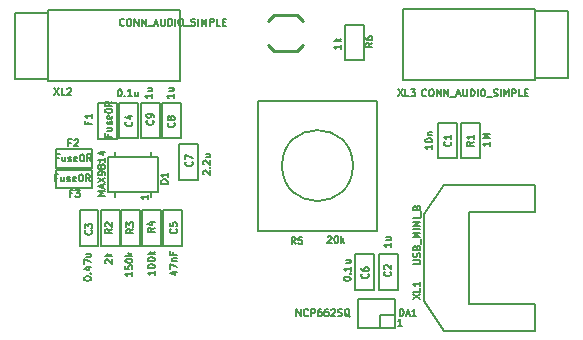
<source format=gbr>
G04 #@! TF.FileFunction,Legend,Top*
%FSLAX46Y46*%
G04 Gerber Fmt 4.6, Leading zero omitted, Abs format (unit mm)*
G04 Created by KiCad (PCBNEW 4.0.0-rc1-stable) date 19.10.2015 17:54:31*
%MOMM*%
G01*
G04 APERTURE LIST*
%ADD10C,0.100000*%
%ADD11C,0.150000*%
%ADD12C,0.149860*%
%ADD13C,0.254000*%
G04 APERTURE END LIST*
D10*
D11*
X223735700Y-101916400D02*
X222935700Y-101916400D01*
X222935700Y-101916400D02*
X222935700Y-98916400D01*
X222935700Y-98916400D02*
X224535700Y-98916400D01*
X224535700Y-98916400D02*
X224535700Y-101916400D01*
X224535700Y-101916400D02*
X223735700Y-101916400D01*
X218751600Y-113050200D02*
X217951600Y-113050200D01*
X217951600Y-113050200D02*
X217951600Y-110050200D01*
X217951600Y-110050200D02*
X219551600Y-110050200D01*
X219551600Y-110050200D02*
X219551600Y-113050200D01*
X219551600Y-113050200D02*
X218751600Y-113050200D01*
X193403400Y-106314200D02*
X194203400Y-106314200D01*
X194203400Y-106314200D02*
X194203400Y-109314200D01*
X194203400Y-109314200D02*
X192603400Y-109314200D01*
X192603400Y-109314200D02*
X192603400Y-106314200D01*
X192603400Y-106314200D02*
X193403400Y-106314200D01*
X196765100Y-97222200D02*
X197565100Y-97222200D01*
X197565100Y-97222200D02*
X197565100Y-100222200D01*
X197565100Y-100222200D02*
X195965100Y-100222200D01*
X195965100Y-100222200D02*
X195965100Y-97222200D01*
X195965100Y-97222200D02*
X196765100Y-97222200D01*
X200506600Y-106294600D02*
X201306600Y-106294600D01*
X201306600Y-106294600D02*
X201306600Y-109294600D01*
X201306600Y-109294600D02*
X199706600Y-109294600D01*
X199706600Y-109294600D02*
X199706600Y-106294600D01*
X199706600Y-106294600D02*
X200506600Y-106294600D01*
X216751600Y-113050200D02*
X215951600Y-113050200D01*
X215951600Y-113050200D02*
X215951600Y-110050200D01*
X215951600Y-110050200D02*
X217551600Y-110050200D01*
X217551600Y-110050200D02*
X217551600Y-113050200D01*
X217551600Y-113050200D02*
X216751600Y-113050200D01*
X201835400Y-100712600D02*
X202635400Y-100712600D01*
X202635400Y-100712600D02*
X202635400Y-103712600D01*
X202635400Y-103712600D02*
X201035400Y-103712600D01*
X201035400Y-103712600D02*
X201035400Y-100712600D01*
X201035400Y-100712600D02*
X201835400Y-100712600D01*
X200418400Y-100228100D02*
X199618400Y-100228100D01*
X199618400Y-100228100D02*
X199618400Y-97228100D01*
X199618400Y-97228100D02*
X201218400Y-97228100D01*
X201218400Y-97228100D02*
X201218400Y-100228100D01*
X201218400Y-100228100D02*
X200418400Y-100228100D01*
X198594100Y-100221800D02*
X197794100Y-100221800D01*
X197794100Y-100221800D02*
X197794100Y-97221800D01*
X197794100Y-97221800D02*
X199394100Y-97221800D01*
X199394100Y-97221800D02*
X199394100Y-100221800D01*
X199394100Y-100221800D02*
X198594100Y-100221800D01*
X198648800Y-101772300D02*
X198648800Y-101372300D01*
X198648800Y-104772300D02*
X198648800Y-105172300D01*
X195648800Y-101772300D02*
X195648800Y-101372300D01*
X195648800Y-104772300D02*
X195648800Y-105172300D01*
X195048800Y-104772300D02*
X195048800Y-101772300D01*
X195048800Y-101772300D02*
X199248800Y-101772300D01*
X199248800Y-101772300D02*
X199248800Y-104772300D01*
X199248800Y-104772300D02*
X195048800Y-104772300D01*
X219351600Y-115150200D02*
X218051600Y-115150200D01*
X218051600Y-115150200D02*
X218051600Y-116250200D01*
X219351600Y-116250200D02*
X216151600Y-116250200D01*
X216151600Y-116250200D02*
X216151600Y-113850200D01*
X216151600Y-113850200D02*
X219351600Y-113850200D01*
X219351600Y-113850200D02*
X219351600Y-116250200D01*
X194981900Y-100233800D02*
X194181900Y-100233800D01*
X194181900Y-100233800D02*
X194181900Y-97233800D01*
X194181900Y-97233800D02*
X195781900Y-97233800D01*
X195781900Y-97233800D02*
X195781900Y-100233800D01*
X195781900Y-100233800D02*
X194981900Y-100233800D01*
X190631600Y-101897000D02*
X190631600Y-101097000D01*
X190631600Y-101097000D02*
X193631600Y-101097000D01*
X193631600Y-101097000D02*
X193631600Y-102697000D01*
X193631600Y-102697000D02*
X190631600Y-102697000D01*
X190631600Y-102697000D02*
X190631600Y-101897000D01*
X193621800Y-103657100D02*
X193621800Y-104457100D01*
X193621800Y-104457100D02*
X190621800Y-104457100D01*
X190621800Y-104457100D02*
X190621800Y-102857100D01*
X190621800Y-102857100D02*
X193621800Y-102857100D01*
X193621800Y-102857100D02*
X193621800Y-103657100D01*
X225677700Y-101914600D02*
X224877700Y-101914600D01*
X224877700Y-101914600D02*
X224877700Y-98914600D01*
X224877700Y-98914600D02*
X226477700Y-98914600D01*
X226477700Y-98914600D02*
X226477700Y-101914600D01*
X226477700Y-101914600D02*
X225677700Y-101914600D01*
X195191400Y-109307900D02*
X194391400Y-109307900D01*
X194391400Y-109307900D02*
X194391400Y-106307900D01*
X194391400Y-106307900D02*
X195991400Y-106307900D01*
X195991400Y-106307900D02*
X195991400Y-109307900D01*
X195991400Y-109307900D02*
X195191400Y-109307900D01*
X196950100Y-109300100D02*
X196150100Y-109300100D01*
X196150100Y-109300100D02*
X196150100Y-106300100D01*
X196150100Y-106300100D02*
X197750100Y-106300100D01*
X197750100Y-106300100D02*
X197750100Y-109300100D01*
X197750100Y-109300100D02*
X196950100Y-109300100D01*
X198719200Y-106300200D02*
X199519200Y-106300200D01*
X199519200Y-106300200D02*
X199519200Y-109300200D01*
X199519200Y-109300200D02*
X197919200Y-109300200D01*
X197919200Y-109300200D02*
X197919200Y-106300200D01*
X197919200Y-106300200D02*
X198719200Y-106300200D01*
X217750000Y-102524300D02*
X217750000Y-97024300D01*
X217750000Y-97024300D02*
X207750000Y-97024300D01*
X207750000Y-97024300D02*
X207750000Y-102524300D01*
X217750000Y-102524300D02*
X217750000Y-108024300D01*
X217750000Y-108024300D02*
X207750000Y-108024300D01*
X207750000Y-108024300D02*
X207750000Y-102524300D01*
X215750000Y-102524300D02*
G75*
G03X215750000Y-102524300I-3000000J0D01*
G01*
X215854400Y-90604400D02*
X216654400Y-90604400D01*
X216654400Y-90604400D02*
X216654400Y-93604400D01*
X216654400Y-93604400D02*
X215054400Y-93604400D01*
X215054400Y-93604400D02*
X215054400Y-90604400D01*
X215054400Y-90604400D02*
X215854400Y-90604400D01*
X231200800Y-114230700D02*
X231200800Y-116530700D01*
X231200800Y-116530700D02*
X223500800Y-116530700D01*
X223500800Y-116530700D02*
X221800800Y-114030700D01*
X221800800Y-114030700D02*
X221800800Y-106630700D01*
X221800800Y-106630700D02*
X223500800Y-104130700D01*
X223500800Y-104130700D02*
X231200800Y-104130700D01*
X231200800Y-104130700D02*
X231200800Y-106430700D01*
X231200800Y-114230700D02*
X225600800Y-114230700D01*
X225600800Y-114230700D02*
X225600800Y-106430700D01*
X225600800Y-106430700D02*
X231200800Y-106430700D01*
D12*
X189920500Y-95181080D02*
X189920500Y-95381740D01*
X189920500Y-95381740D02*
X201119360Y-95381740D01*
X201119360Y-95381740D02*
X201119360Y-89382260D01*
X201119360Y-89382260D02*
X189920500Y-89382260D01*
X189920500Y-89382260D02*
X189920500Y-89582920D01*
X189920500Y-95181080D02*
X187121420Y-95181080D01*
X187121420Y-95181080D02*
X187121420Y-89582920D01*
X187121420Y-89582920D02*
X189920500Y-89582920D01*
X189920500Y-89582920D02*
X189920500Y-95181080D01*
X231162200Y-89475120D02*
X231162200Y-89274460D01*
X231162200Y-89274460D02*
X219963340Y-89274460D01*
X219963340Y-89274460D02*
X219963340Y-95273940D01*
X219963340Y-95273940D02*
X231162200Y-95273940D01*
X231162200Y-95273940D02*
X231162200Y-95073280D01*
X231162200Y-89475120D02*
X233961280Y-89475120D01*
X233961280Y-89475120D02*
X233961280Y-95073280D01*
X233961280Y-95073280D02*
X231162200Y-95073280D01*
X231162200Y-95073280D02*
X231162200Y-89475120D01*
D13*
X211048360Y-89803360D02*
X209046840Y-89803360D01*
X209046840Y-89803360D02*
X208546460Y-90303740D01*
X211548740Y-90303740D02*
X211048360Y-89803360D01*
X208546460Y-92305260D02*
X209046840Y-92805640D01*
X209046840Y-92805640D02*
X211048360Y-92805640D01*
X211048360Y-92805640D02*
X211548740Y-92305260D01*
D11*
X224014286Y-100500000D02*
X224042857Y-100528571D01*
X224071429Y-100614285D01*
X224071429Y-100671428D01*
X224042857Y-100757143D01*
X223985714Y-100814285D01*
X223928571Y-100842857D01*
X223814286Y-100871428D01*
X223728571Y-100871428D01*
X223614286Y-100842857D01*
X223557143Y-100814285D01*
X223500000Y-100757143D01*
X223471429Y-100671428D01*
X223471429Y-100614285D01*
X223500000Y-100528571D01*
X223528571Y-100500000D01*
X224071429Y-99928571D02*
X224071429Y-100271428D01*
X224071429Y-100100000D02*
X223471429Y-100100000D01*
X223557143Y-100157143D01*
X223614286Y-100214285D01*
X223642857Y-100271428D01*
X222471429Y-100785714D02*
X222471429Y-101128571D01*
X222471429Y-100957143D02*
X221871429Y-100957143D01*
X221957143Y-101014286D01*
X222014286Y-101071428D01*
X222042857Y-101128571D01*
X221871429Y-100414285D02*
X221871429Y-100357142D01*
X221900000Y-100299999D01*
X221928571Y-100271428D01*
X221985714Y-100242857D01*
X222100000Y-100214285D01*
X222242857Y-100214285D01*
X222357143Y-100242857D01*
X222414286Y-100271428D01*
X222442857Y-100299999D01*
X222471429Y-100357142D01*
X222471429Y-100414285D01*
X222442857Y-100471428D01*
X222414286Y-100499999D01*
X222357143Y-100528571D01*
X222242857Y-100557142D01*
X222100000Y-100557142D01*
X221985714Y-100528571D01*
X221928571Y-100499999D01*
X221900000Y-100471428D01*
X221871429Y-100414285D01*
X222071429Y-99957142D02*
X222471429Y-99957142D01*
X222128571Y-99957142D02*
X222100000Y-99928570D01*
X222071429Y-99871428D01*
X222071429Y-99785713D01*
X222100000Y-99728570D01*
X222157143Y-99699999D01*
X222471429Y-99699999D01*
X218914286Y-111500000D02*
X218942857Y-111528571D01*
X218971429Y-111614285D01*
X218971429Y-111671428D01*
X218942857Y-111757143D01*
X218885714Y-111814285D01*
X218828571Y-111842857D01*
X218714286Y-111871428D01*
X218628571Y-111871428D01*
X218514286Y-111842857D01*
X218457143Y-111814285D01*
X218400000Y-111757143D01*
X218371429Y-111671428D01*
X218371429Y-111614285D01*
X218400000Y-111528571D01*
X218428571Y-111500000D01*
X218428571Y-111271428D02*
X218400000Y-111242857D01*
X218371429Y-111185714D01*
X218371429Y-111042857D01*
X218400000Y-110985714D01*
X218428571Y-110957143D01*
X218485714Y-110928571D01*
X218542857Y-110928571D01*
X218628571Y-110957143D01*
X218971429Y-111300000D01*
X218971429Y-110928571D01*
X218971429Y-109100000D02*
X218971429Y-109442857D01*
X218971429Y-109271429D02*
X218371429Y-109271429D01*
X218457143Y-109328572D01*
X218514286Y-109385714D01*
X218542857Y-109442857D01*
X218571429Y-108585714D02*
X218971429Y-108585714D01*
X218571429Y-108842857D02*
X218885714Y-108842857D01*
X218942857Y-108814285D01*
X218971429Y-108757143D01*
X218971429Y-108671428D01*
X218942857Y-108614285D01*
X218914286Y-108585714D01*
X193614286Y-108000000D02*
X193642857Y-108028571D01*
X193671429Y-108114285D01*
X193671429Y-108171428D01*
X193642857Y-108257143D01*
X193585714Y-108314285D01*
X193528571Y-108342857D01*
X193414286Y-108371428D01*
X193328571Y-108371428D01*
X193214286Y-108342857D01*
X193157143Y-108314285D01*
X193100000Y-108257143D01*
X193071429Y-108171428D01*
X193071429Y-108114285D01*
X193100000Y-108028571D01*
X193128571Y-108000000D01*
X193071429Y-107800000D02*
X193071429Y-107428571D01*
X193300000Y-107628571D01*
X193300000Y-107542857D01*
X193328571Y-107485714D01*
X193357143Y-107457143D01*
X193414286Y-107428571D01*
X193557143Y-107428571D01*
X193614286Y-107457143D01*
X193642857Y-107485714D01*
X193671429Y-107542857D01*
X193671429Y-107714285D01*
X193642857Y-107771428D01*
X193614286Y-107800000D01*
X192971429Y-112114286D02*
X192971429Y-112057143D01*
X193000000Y-112000000D01*
X193028571Y-111971429D01*
X193085714Y-111942858D01*
X193200000Y-111914286D01*
X193342857Y-111914286D01*
X193457143Y-111942858D01*
X193514286Y-111971429D01*
X193542857Y-112000000D01*
X193571429Y-112057143D01*
X193571429Y-112114286D01*
X193542857Y-112171429D01*
X193514286Y-112200000D01*
X193457143Y-112228572D01*
X193342857Y-112257143D01*
X193200000Y-112257143D01*
X193085714Y-112228572D01*
X193028571Y-112200000D01*
X193000000Y-112171429D01*
X192971429Y-112114286D01*
X193514286Y-111657143D02*
X193542857Y-111628571D01*
X193571429Y-111657143D01*
X193542857Y-111685714D01*
X193514286Y-111657143D01*
X193571429Y-111657143D01*
X193171429Y-111114286D02*
X193571429Y-111114286D01*
X192942857Y-111257143D02*
X193371429Y-111400000D01*
X193371429Y-111028572D01*
X192971429Y-110857143D02*
X192971429Y-110457143D01*
X193571429Y-110714286D01*
X193171429Y-109971428D02*
X193571429Y-109971428D01*
X193171429Y-110228571D02*
X193485714Y-110228571D01*
X193542857Y-110199999D01*
X193571429Y-110142857D01*
X193571429Y-110057142D01*
X193542857Y-109999999D01*
X193514286Y-109971428D01*
X197014286Y-98800000D02*
X197042857Y-98828571D01*
X197071429Y-98914285D01*
X197071429Y-98971428D01*
X197042857Y-99057143D01*
X196985714Y-99114285D01*
X196928571Y-99142857D01*
X196814286Y-99171428D01*
X196728571Y-99171428D01*
X196614286Y-99142857D01*
X196557143Y-99114285D01*
X196500000Y-99057143D01*
X196471429Y-98971428D01*
X196471429Y-98914285D01*
X196500000Y-98828571D01*
X196528571Y-98800000D01*
X196671429Y-98285714D02*
X197071429Y-98285714D01*
X196442857Y-98428571D02*
X196871429Y-98571428D01*
X196871429Y-98200000D01*
X195971429Y-96071429D02*
X196028572Y-96071429D01*
X196085715Y-96100000D01*
X196114286Y-96128571D01*
X196142857Y-96185714D01*
X196171429Y-96300000D01*
X196171429Y-96442857D01*
X196142857Y-96557143D01*
X196114286Y-96614286D01*
X196085715Y-96642857D01*
X196028572Y-96671429D01*
X195971429Y-96671429D01*
X195914286Y-96642857D01*
X195885715Y-96614286D01*
X195857143Y-96557143D01*
X195828572Y-96442857D01*
X195828572Y-96300000D01*
X195857143Y-96185714D01*
X195885715Y-96128571D01*
X195914286Y-96100000D01*
X195971429Y-96071429D01*
X196428572Y-96614286D02*
X196457144Y-96642857D01*
X196428572Y-96671429D01*
X196400001Y-96642857D01*
X196428572Y-96614286D01*
X196428572Y-96671429D01*
X197028572Y-96671429D02*
X196685715Y-96671429D01*
X196857143Y-96671429D02*
X196857143Y-96071429D01*
X196800000Y-96157143D01*
X196742858Y-96214286D01*
X196685715Y-96242857D01*
X197542858Y-96271429D02*
X197542858Y-96671429D01*
X197285715Y-96271429D02*
X197285715Y-96585714D01*
X197314287Y-96642857D01*
X197371429Y-96671429D01*
X197457144Y-96671429D01*
X197514287Y-96642857D01*
X197542858Y-96614286D01*
X200814286Y-107900000D02*
X200842857Y-107928571D01*
X200871429Y-108014285D01*
X200871429Y-108071428D01*
X200842857Y-108157143D01*
X200785714Y-108214285D01*
X200728571Y-108242857D01*
X200614286Y-108271428D01*
X200528571Y-108271428D01*
X200414286Y-108242857D01*
X200357143Y-108214285D01*
X200300000Y-108157143D01*
X200271429Y-108071428D01*
X200271429Y-108014285D01*
X200300000Y-107928571D01*
X200328571Y-107900000D01*
X200271429Y-107357143D02*
X200271429Y-107642857D01*
X200557143Y-107671428D01*
X200528571Y-107642857D01*
X200500000Y-107585714D01*
X200500000Y-107442857D01*
X200528571Y-107385714D01*
X200557143Y-107357143D01*
X200614286Y-107328571D01*
X200757143Y-107328571D01*
X200814286Y-107357143D01*
X200842857Y-107385714D01*
X200871429Y-107442857D01*
X200871429Y-107585714D01*
X200842857Y-107642857D01*
X200814286Y-107671428D01*
X200471429Y-111500000D02*
X200871429Y-111500000D01*
X200242857Y-111642857D02*
X200671429Y-111785714D01*
X200671429Y-111414286D01*
X200271429Y-111242857D02*
X200271429Y-110842857D01*
X200871429Y-111100000D01*
X200471429Y-110614285D02*
X200871429Y-110614285D01*
X200528571Y-110614285D02*
X200500000Y-110585713D01*
X200471429Y-110528571D01*
X200471429Y-110442856D01*
X200500000Y-110385713D01*
X200557143Y-110357142D01*
X200871429Y-110357142D01*
X200557143Y-109871428D02*
X200557143Y-110071428D01*
X200871429Y-110071428D02*
X200271429Y-110071428D01*
X200271429Y-109785714D01*
X217014286Y-111700000D02*
X217042857Y-111728571D01*
X217071429Y-111814285D01*
X217071429Y-111871428D01*
X217042857Y-111957143D01*
X216985714Y-112014285D01*
X216928571Y-112042857D01*
X216814286Y-112071428D01*
X216728571Y-112071428D01*
X216614286Y-112042857D01*
X216557143Y-112014285D01*
X216500000Y-111957143D01*
X216471429Y-111871428D01*
X216471429Y-111814285D01*
X216500000Y-111728571D01*
X216528571Y-111700000D01*
X216471429Y-111185714D02*
X216471429Y-111300000D01*
X216500000Y-111357143D01*
X216528571Y-111385714D01*
X216614286Y-111442857D01*
X216728571Y-111471428D01*
X216957143Y-111471428D01*
X217014286Y-111442857D01*
X217042857Y-111414285D01*
X217071429Y-111357143D01*
X217071429Y-111242857D01*
X217042857Y-111185714D01*
X217014286Y-111157143D01*
X216957143Y-111128571D01*
X216814286Y-111128571D01*
X216757143Y-111157143D01*
X216728571Y-111185714D01*
X216700000Y-111242857D01*
X216700000Y-111357143D01*
X216728571Y-111414285D01*
X216757143Y-111442857D01*
X216814286Y-111471428D01*
X214971429Y-112128571D02*
X214971429Y-112071428D01*
X215000000Y-112014285D01*
X215028571Y-111985714D01*
X215085714Y-111957143D01*
X215200000Y-111928571D01*
X215342857Y-111928571D01*
X215457143Y-111957143D01*
X215514286Y-111985714D01*
X215542857Y-112014285D01*
X215571429Y-112071428D01*
X215571429Y-112128571D01*
X215542857Y-112185714D01*
X215514286Y-112214285D01*
X215457143Y-112242857D01*
X215342857Y-112271428D01*
X215200000Y-112271428D01*
X215085714Y-112242857D01*
X215028571Y-112214285D01*
X215000000Y-112185714D01*
X214971429Y-112128571D01*
X215514286Y-111671428D02*
X215542857Y-111642856D01*
X215571429Y-111671428D01*
X215542857Y-111699999D01*
X215514286Y-111671428D01*
X215571429Y-111671428D01*
X215571429Y-111071428D02*
X215571429Y-111414285D01*
X215571429Y-111242857D02*
X214971429Y-111242857D01*
X215057143Y-111300000D01*
X215114286Y-111357142D01*
X215142857Y-111414285D01*
X215171429Y-110557142D02*
X215571429Y-110557142D01*
X215171429Y-110814285D02*
X215485714Y-110814285D01*
X215542857Y-110785713D01*
X215571429Y-110728571D01*
X215571429Y-110642856D01*
X215542857Y-110585713D01*
X215514286Y-110557142D01*
X202114286Y-102200000D02*
X202142857Y-102228571D01*
X202171429Y-102314285D01*
X202171429Y-102371428D01*
X202142857Y-102457143D01*
X202085714Y-102514285D01*
X202028571Y-102542857D01*
X201914286Y-102571428D01*
X201828571Y-102571428D01*
X201714286Y-102542857D01*
X201657143Y-102514285D01*
X201600000Y-102457143D01*
X201571429Y-102371428D01*
X201571429Y-102314285D01*
X201600000Y-102228571D01*
X201628571Y-102200000D01*
X201571429Y-102000000D02*
X201571429Y-101600000D01*
X202171429Y-101857143D01*
X203128571Y-103271428D02*
X203100000Y-103242857D01*
X203071429Y-103185714D01*
X203071429Y-103042857D01*
X203100000Y-102985714D01*
X203128571Y-102957143D01*
X203185714Y-102928571D01*
X203242857Y-102928571D01*
X203328571Y-102957143D01*
X203671429Y-103300000D01*
X203671429Y-102928571D01*
X203614286Y-102671428D02*
X203642857Y-102642856D01*
X203671429Y-102671428D01*
X203642857Y-102699999D01*
X203614286Y-102671428D01*
X203671429Y-102671428D01*
X203128571Y-102414285D02*
X203100000Y-102385714D01*
X203071429Y-102328571D01*
X203071429Y-102185714D01*
X203100000Y-102128571D01*
X203128571Y-102100000D01*
X203185714Y-102071428D01*
X203242857Y-102071428D01*
X203328571Y-102100000D01*
X203671429Y-102442857D01*
X203671429Y-102071428D01*
X203271429Y-101557142D02*
X203671429Y-101557142D01*
X203271429Y-101814285D02*
X203585714Y-101814285D01*
X203642857Y-101785713D01*
X203671429Y-101728571D01*
X203671429Y-101642856D01*
X203642857Y-101585713D01*
X203614286Y-101557142D01*
X200614286Y-98900000D02*
X200642857Y-98928571D01*
X200671429Y-99014285D01*
X200671429Y-99071428D01*
X200642857Y-99157143D01*
X200585714Y-99214285D01*
X200528571Y-99242857D01*
X200414286Y-99271428D01*
X200328571Y-99271428D01*
X200214286Y-99242857D01*
X200157143Y-99214285D01*
X200100000Y-99157143D01*
X200071429Y-99071428D01*
X200071429Y-99014285D01*
X200100000Y-98928571D01*
X200128571Y-98900000D01*
X200328571Y-98557143D02*
X200300000Y-98614285D01*
X200271429Y-98642857D01*
X200214286Y-98671428D01*
X200185714Y-98671428D01*
X200128571Y-98642857D01*
X200100000Y-98614285D01*
X200071429Y-98557143D01*
X200071429Y-98442857D01*
X200100000Y-98385714D01*
X200128571Y-98357143D01*
X200185714Y-98328571D01*
X200214286Y-98328571D01*
X200271429Y-98357143D01*
X200300000Y-98385714D01*
X200328571Y-98442857D01*
X200328571Y-98557143D01*
X200357143Y-98614285D01*
X200385714Y-98642857D01*
X200442857Y-98671428D01*
X200557143Y-98671428D01*
X200614286Y-98642857D01*
X200642857Y-98614285D01*
X200671429Y-98557143D01*
X200671429Y-98442857D01*
X200642857Y-98385714D01*
X200614286Y-98357143D01*
X200557143Y-98328571D01*
X200442857Y-98328571D01*
X200385714Y-98357143D01*
X200357143Y-98385714D01*
X200328571Y-98442857D01*
X200571429Y-96500000D02*
X200571429Y-96842857D01*
X200571429Y-96671429D02*
X199971429Y-96671429D01*
X200057143Y-96728572D01*
X200114286Y-96785714D01*
X200142857Y-96842857D01*
X200171429Y-95985714D02*
X200571429Y-95985714D01*
X200171429Y-96242857D02*
X200485714Y-96242857D01*
X200542857Y-96214285D01*
X200571429Y-96157143D01*
X200571429Y-96071428D01*
X200542857Y-96014285D01*
X200514286Y-95985714D01*
X198814286Y-98700000D02*
X198842857Y-98728571D01*
X198871429Y-98814285D01*
X198871429Y-98871428D01*
X198842857Y-98957143D01*
X198785714Y-99014285D01*
X198728571Y-99042857D01*
X198614286Y-99071428D01*
X198528571Y-99071428D01*
X198414286Y-99042857D01*
X198357143Y-99014285D01*
X198300000Y-98957143D01*
X198271429Y-98871428D01*
X198271429Y-98814285D01*
X198300000Y-98728571D01*
X198328571Y-98700000D01*
X198871429Y-98414285D02*
X198871429Y-98300000D01*
X198842857Y-98242857D01*
X198814286Y-98214285D01*
X198728571Y-98157143D01*
X198614286Y-98128571D01*
X198385714Y-98128571D01*
X198328571Y-98157143D01*
X198300000Y-98185714D01*
X198271429Y-98242857D01*
X198271429Y-98357143D01*
X198300000Y-98414285D01*
X198328571Y-98442857D01*
X198385714Y-98471428D01*
X198528571Y-98471428D01*
X198585714Y-98442857D01*
X198614286Y-98414285D01*
X198642857Y-98357143D01*
X198642857Y-98242857D01*
X198614286Y-98185714D01*
X198585714Y-98157143D01*
X198528571Y-98128571D01*
X198771429Y-96500000D02*
X198771429Y-96842857D01*
X198771429Y-96671429D02*
X198171429Y-96671429D01*
X198257143Y-96728572D01*
X198314286Y-96785714D01*
X198342857Y-96842857D01*
X198371429Y-95985714D02*
X198771429Y-95985714D01*
X198371429Y-96242857D02*
X198685714Y-96242857D01*
X198742857Y-96214285D01*
X198771429Y-96157143D01*
X198771429Y-96071428D01*
X198742857Y-96014285D01*
X198714286Y-95985714D01*
X200071429Y-104042857D02*
X199471429Y-104042857D01*
X199471429Y-103900000D01*
X199500000Y-103814285D01*
X199557143Y-103757143D01*
X199614286Y-103728571D01*
X199728571Y-103700000D01*
X199814286Y-103700000D01*
X199928571Y-103728571D01*
X199985714Y-103757143D01*
X200042857Y-103814285D01*
X200071429Y-103900000D01*
X200071429Y-104042857D01*
X200071429Y-103128571D02*
X200071429Y-103471428D01*
X200071429Y-103300000D02*
X199471429Y-103300000D01*
X199557143Y-103357143D01*
X199614286Y-103414285D01*
X199642857Y-103471428D01*
X194771429Y-105085715D02*
X194171429Y-105085715D01*
X194600000Y-104885715D01*
X194171429Y-104685715D01*
X194771429Y-104685715D01*
X194600000Y-104428572D02*
X194600000Y-104142858D01*
X194771429Y-104485715D02*
X194171429Y-104285715D01*
X194771429Y-104085715D01*
X194171429Y-103942858D02*
X194771429Y-103542858D01*
X194171429Y-103542858D02*
X194771429Y-103942858D01*
X194771429Y-103285714D02*
X194771429Y-103171429D01*
X194742857Y-103114286D01*
X194714286Y-103085714D01*
X194628571Y-103028572D01*
X194514286Y-103000000D01*
X194285714Y-103000000D01*
X194228571Y-103028572D01*
X194200000Y-103057143D01*
X194171429Y-103114286D01*
X194171429Y-103228572D01*
X194200000Y-103285714D01*
X194228571Y-103314286D01*
X194285714Y-103342857D01*
X194428571Y-103342857D01*
X194485714Y-103314286D01*
X194514286Y-103285714D01*
X194542857Y-103228572D01*
X194542857Y-103114286D01*
X194514286Y-103057143D01*
X194485714Y-103028572D01*
X194428571Y-103000000D01*
X194428571Y-102657143D02*
X194400000Y-102714285D01*
X194371429Y-102742857D01*
X194314286Y-102771428D01*
X194285714Y-102771428D01*
X194228571Y-102742857D01*
X194200000Y-102714285D01*
X194171429Y-102657143D01*
X194171429Y-102542857D01*
X194200000Y-102485714D01*
X194228571Y-102457143D01*
X194285714Y-102428571D01*
X194314286Y-102428571D01*
X194371429Y-102457143D01*
X194400000Y-102485714D01*
X194428571Y-102542857D01*
X194428571Y-102657143D01*
X194457143Y-102714285D01*
X194485714Y-102742857D01*
X194542857Y-102771428D01*
X194657143Y-102771428D01*
X194714286Y-102742857D01*
X194742857Y-102714285D01*
X194771429Y-102657143D01*
X194771429Y-102542857D01*
X194742857Y-102485714D01*
X194714286Y-102457143D01*
X194657143Y-102428571D01*
X194542857Y-102428571D01*
X194485714Y-102457143D01*
X194457143Y-102485714D01*
X194428571Y-102542857D01*
X194771429Y-101857142D02*
X194771429Y-102199999D01*
X194771429Y-102028571D02*
X194171429Y-102028571D01*
X194257143Y-102085714D01*
X194314286Y-102142856D01*
X194342857Y-102199999D01*
X194371429Y-101342856D02*
X194771429Y-101342856D01*
X194142857Y-101485713D02*
X194571429Y-101628570D01*
X194571429Y-101257142D01*
X198420229Y-105000871D02*
X198420229Y-105343728D01*
X198420229Y-105172300D02*
X197820229Y-105172300D01*
X197905943Y-105229443D01*
X197963086Y-105286585D01*
X197991657Y-105343728D01*
X219700000Y-115271429D02*
X219700000Y-114671429D01*
X219842857Y-114671429D01*
X219928572Y-114700000D01*
X219985714Y-114757143D01*
X220014286Y-114814286D01*
X220042857Y-114928571D01*
X220042857Y-115014286D01*
X220014286Y-115128571D01*
X219985714Y-115185714D01*
X219928572Y-115242857D01*
X219842857Y-115271429D01*
X219700000Y-115271429D01*
X220271429Y-115100000D02*
X220557143Y-115100000D01*
X220214286Y-115271429D02*
X220414286Y-114671429D01*
X220614286Y-115271429D01*
X221128572Y-115271429D02*
X220785715Y-115271429D01*
X220957143Y-115271429D02*
X220957143Y-114671429D01*
X220900000Y-114757143D01*
X220842858Y-114814286D01*
X220785715Y-114842857D01*
X210971428Y-115271429D02*
X210971428Y-114671429D01*
X211314285Y-115271429D01*
X211314285Y-114671429D01*
X211942856Y-115214286D02*
X211914285Y-115242857D01*
X211828571Y-115271429D01*
X211771428Y-115271429D01*
X211685713Y-115242857D01*
X211628571Y-115185714D01*
X211599999Y-115128571D01*
X211571428Y-115014286D01*
X211571428Y-114928571D01*
X211599999Y-114814286D01*
X211628571Y-114757143D01*
X211685713Y-114700000D01*
X211771428Y-114671429D01*
X211828571Y-114671429D01*
X211914285Y-114700000D01*
X211942856Y-114728571D01*
X212199999Y-115271429D02*
X212199999Y-114671429D01*
X212428571Y-114671429D01*
X212485713Y-114700000D01*
X212514285Y-114728571D01*
X212542856Y-114785714D01*
X212542856Y-114871429D01*
X212514285Y-114928571D01*
X212485713Y-114957143D01*
X212428571Y-114985714D01*
X212199999Y-114985714D01*
X213057142Y-114671429D02*
X212942856Y-114671429D01*
X212885713Y-114700000D01*
X212857142Y-114728571D01*
X212799999Y-114814286D01*
X212771428Y-114928571D01*
X212771428Y-115157143D01*
X212799999Y-115214286D01*
X212828571Y-115242857D01*
X212885713Y-115271429D01*
X212999999Y-115271429D01*
X213057142Y-115242857D01*
X213085713Y-115214286D01*
X213114285Y-115157143D01*
X213114285Y-115014286D01*
X213085713Y-114957143D01*
X213057142Y-114928571D01*
X212999999Y-114900000D01*
X212885713Y-114900000D01*
X212828571Y-114928571D01*
X212799999Y-114957143D01*
X212771428Y-115014286D01*
X213628571Y-114671429D02*
X213514285Y-114671429D01*
X213457142Y-114700000D01*
X213428571Y-114728571D01*
X213371428Y-114814286D01*
X213342857Y-114928571D01*
X213342857Y-115157143D01*
X213371428Y-115214286D01*
X213400000Y-115242857D01*
X213457142Y-115271429D01*
X213571428Y-115271429D01*
X213628571Y-115242857D01*
X213657142Y-115214286D01*
X213685714Y-115157143D01*
X213685714Y-115014286D01*
X213657142Y-114957143D01*
X213628571Y-114928571D01*
X213571428Y-114900000D01*
X213457142Y-114900000D01*
X213400000Y-114928571D01*
X213371428Y-114957143D01*
X213342857Y-115014286D01*
X213914286Y-114728571D02*
X213942857Y-114700000D01*
X214000000Y-114671429D01*
X214142857Y-114671429D01*
X214200000Y-114700000D01*
X214228571Y-114728571D01*
X214257143Y-114785714D01*
X214257143Y-114842857D01*
X214228571Y-114928571D01*
X213885714Y-115271429D01*
X214257143Y-115271429D01*
X214485715Y-115242857D02*
X214571429Y-115271429D01*
X214714286Y-115271429D01*
X214771429Y-115242857D01*
X214800000Y-115214286D01*
X214828572Y-115157143D01*
X214828572Y-115100000D01*
X214800000Y-115042857D01*
X214771429Y-115014286D01*
X214714286Y-114985714D01*
X214600000Y-114957143D01*
X214542858Y-114928571D01*
X214514286Y-114900000D01*
X214485715Y-114842857D01*
X214485715Y-114785714D01*
X214514286Y-114728571D01*
X214542858Y-114700000D01*
X214600000Y-114671429D01*
X214742858Y-114671429D01*
X214828572Y-114700000D01*
X215485715Y-115328571D02*
X215428572Y-115300000D01*
X215371429Y-115242857D01*
X215285715Y-115157143D01*
X215228572Y-115128571D01*
X215171429Y-115128571D01*
X215200001Y-115271429D02*
X215142858Y-115242857D01*
X215085715Y-115185714D01*
X215057144Y-115071429D01*
X215057144Y-114871429D01*
X215085715Y-114757143D01*
X215142858Y-114700000D01*
X215200001Y-114671429D01*
X215314287Y-114671429D01*
X215371429Y-114700000D01*
X215428572Y-114757143D01*
X215457144Y-114871429D01*
X215457144Y-115071429D01*
X215428572Y-115185714D01*
X215371429Y-115242857D01*
X215314287Y-115271429D01*
X215200001Y-115271429D01*
X219923029Y-116121629D02*
X219580172Y-116121629D01*
X219751600Y-116121629D02*
X219751600Y-115521629D01*
X219694457Y-115607343D01*
X219637315Y-115664486D01*
X219580172Y-115693057D01*
X193357143Y-98800000D02*
X193357143Y-99000000D01*
X193671429Y-99000000D02*
X193071429Y-99000000D01*
X193071429Y-98714286D01*
X193671429Y-98171428D02*
X193671429Y-98514285D01*
X193671429Y-98342857D02*
X193071429Y-98342857D01*
X193157143Y-98400000D01*
X193214286Y-98457142D01*
X193242857Y-98514285D01*
X195057143Y-99871429D02*
X195057143Y-100071429D01*
X195371429Y-100071429D02*
X194771429Y-100071429D01*
X194771429Y-99785715D01*
X194971429Y-99300000D02*
X195371429Y-99300000D01*
X194971429Y-99557143D02*
X195285714Y-99557143D01*
X195342857Y-99528571D01*
X195371429Y-99471429D01*
X195371429Y-99385714D01*
X195342857Y-99328571D01*
X195314286Y-99300000D01*
X195342857Y-99042857D02*
X195371429Y-98985714D01*
X195371429Y-98871429D01*
X195342857Y-98814286D01*
X195285714Y-98785714D01*
X195257143Y-98785714D01*
X195200000Y-98814286D01*
X195171429Y-98871429D01*
X195171429Y-98957143D01*
X195142857Y-99014286D01*
X195085714Y-99042857D01*
X195057143Y-99042857D01*
X195000000Y-99014286D01*
X194971429Y-98957143D01*
X194971429Y-98871429D01*
X195000000Y-98814286D01*
X195342857Y-98300000D02*
X195371429Y-98357143D01*
X195371429Y-98471429D01*
X195342857Y-98528572D01*
X195285714Y-98557143D01*
X195057143Y-98557143D01*
X195000000Y-98528572D01*
X194971429Y-98471429D01*
X194971429Y-98357143D01*
X195000000Y-98300000D01*
X195057143Y-98271429D01*
X195114286Y-98271429D01*
X195171429Y-98557143D01*
X194771429Y-97900000D02*
X194771429Y-97842857D01*
X194800000Y-97785714D01*
X194828571Y-97757143D01*
X194885714Y-97728572D01*
X195000000Y-97700000D01*
X195142857Y-97700000D01*
X195257143Y-97728572D01*
X195314286Y-97757143D01*
X195342857Y-97785714D01*
X195371429Y-97842857D01*
X195371429Y-97900000D01*
X195342857Y-97957143D01*
X195314286Y-97985714D01*
X195257143Y-98014286D01*
X195142857Y-98042857D01*
X195000000Y-98042857D01*
X194885714Y-98014286D01*
X194828571Y-97985714D01*
X194800000Y-97957143D01*
X194771429Y-97900000D01*
X195371429Y-97100000D02*
X195085714Y-97300000D01*
X195371429Y-97442857D02*
X194771429Y-97442857D01*
X194771429Y-97214285D01*
X194800000Y-97157143D01*
X194828571Y-97128571D01*
X194885714Y-97100000D01*
X194971429Y-97100000D01*
X195028571Y-97128571D01*
X195057143Y-97157143D01*
X195085714Y-97214285D01*
X195085714Y-97442857D01*
X191868100Y-100584143D02*
X191668100Y-100584143D01*
X191668100Y-100898429D02*
X191668100Y-100298429D01*
X191953814Y-100298429D01*
X192153815Y-100355571D02*
X192182386Y-100327000D01*
X192239529Y-100298429D01*
X192382386Y-100298429D01*
X192439529Y-100327000D01*
X192468100Y-100355571D01*
X192496672Y-100412714D01*
X192496672Y-100469857D01*
X192468100Y-100555571D01*
X192125243Y-100898429D01*
X192496672Y-100898429D01*
X190728571Y-103557143D02*
X190528571Y-103557143D01*
X190528571Y-103871429D02*
X190528571Y-103271429D01*
X190814285Y-103271429D01*
X191300000Y-103471429D02*
X191300000Y-103871429D01*
X191042857Y-103471429D02*
X191042857Y-103785714D01*
X191071429Y-103842857D01*
X191128571Y-103871429D01*
X191214286Y-103871429D01*
X191271429Y-103842857D01*
X191300000Y-103814286D01*
X191557143Y-103842857D02*
X191614286Y-103871429D01*
X191728571Y-103871429D01*
X191785714Y-103842857D01*
X191814286Y-103785714D01*
X191814286Y-103757143D01*
X191785714Y-103700000D01*
X191728571Y-103671429D01*
X191642857Y-103671429D01*
X191585714Y-103642857D01*
X191557143Y-103585714D01*
X191557143Y-103557143D01*
X191585714Y-103500000D01*
X191642857Y-103471429D01*
X191728571Y-103471429D01*
X191785714Y-103500000D01*
X192300000Y-103842857D02*
X192242857Y-103871429D01*
X192128571Y-103871429D01*
X192071428Y-103842857D01*
X192042857Y-103785714D01*
X192042857Y-103557143D01*
X192071428Y-103500000D01*
X192128571Y-103471429D01*
X192242857Y-103471429D01*
X192300000Y-103500000D01*
X192328571Y-103557143D01*
X192328571Y-103614286D01*
X192042857Y-103671429D01*
X192700000Y-103271429D02*
X192757143Y-103271429D01*
X192814286Y-103300000D01*
X192842857Y-103328571D01*
X192871428Y-103385714D01*
X192900000Y-103500000D01*
X192900000Y-103642857D01*
X192871428Y-103757143D01*
X192842857Y-103814286D01*
X192814286Y-103842857D01*
X192757143Y-103871429D01*
X192700000Y-103871429D01*
X192642857Y-103842857D01*
X192614286Y-103814286D01*
X192585714Y-103757143D01*
X192557143Y-103642857D01*
X192557143Y-103500000D01*
X192585714Y-103385714D01*
X192614286Y-103328571D01*
X192642857Y-103300000D01*
X192700000Y-103271429D01*
X193500000Y-103871429D02*
X193300000Y-103585714D01*
X193157143Y-103871429D02*
X193157143Y-103271429D01*
X193385715Y-103271429D01*
X193442857Y-103300000D01*
X193471429Y-103328571D01*
X193500000Y-103385714D01*
X193500000Y-103471429D01*
X193471429Y-103528571D01*
X193442857Y-103557143D01*
X193385715Y-103585714D01*
X193157143Y-103585714D01*
X191985300Y-104884243D02*
X191785300Y-104884243D01*
X191785300Y-105198529D02*
X191785300Y-104598529D01*
X192071014Y-104598529D01*
X192242443Y-104598529D02*
X192613872Y-104598529D01*
X192413872Y-104827100D01*
X192499586Y-104827100D01*
X192556729Y-104855671D01*
X192585300Y-104884243D01*
X192613872Y-104941386D01*
X192613872Y-105084243D01*
X192585300Y-105141386D01*
X192556729Y-105169957D01*
X192499586Y-105198529D01*
X192328158Y-105198529D01*
X192271015Y-105169957D01*
X192242443Y-105141386D01*
X190828571Y-101857143D02*
X190628571Y-101857143D01*
X190628571Y-102171429D02*
X190628571Y-101571429D01*
X190914285Y-101571429D01*
X191400000Y-101771429D02*
X191400000Y-102171429D01*
X191142857Y-101771429D02*
X191142857Y-102085714D01*
X191171429Y-102142857D01*
X191228571Y-102171429D01*
X191314286Y-102171429D01*
X191371429Y-102142857D01*
X191400000Y-102114286D01*
X191657143Y-102142857D02*
X191714286Y-102171429D01*
X191828571Y-102171429D01*
X191885714Y-102142857D01*
X191914286Y-102085714D01*
X191914286Y-102057143D01*
X191885714Y-102000000D01*
X191828571Y-101971429D01*
X191742857Y-101971429D01*
X191685714Y-101942857D01*
X191657143Y-101885714D01*
X191657143Y-101857143D01*
X191685714Y-101800000D01*
X191742857Y-101771429D01*
X191828571Y-101771429D01*
X191885714Y-101800000D01*
X192400000Y-102142857D02*
X192342857Y-102171429D01*
X192228571Y-102171429D01*
X192171428Y-102142857D01*
X192142857Y-102085714D01*
X192142857Y-101857143D01*
X192171428Y-101800000D01*
X192228571Y-101771429D01*
X192342857Y-101771429D01*
X192400000Y-101800000D01*
X192428571Y-101857143D01*
X192428571Y-101914286D01*
X192142857Y-101971429D01*
X192800000Y-101571429D02*
X192857143Y-101571429D01*
X192914286Y-101600000D01*
X192942857Y-101628571D01*
X192971428Y-101685714D01*
X193000000Y-101800000D01*
X193000000Y-101942857D01*
X192971428Y-102057143D01*
X192942857Y-102114286D01*
X192914286Y-102142857D01*
X192857143Y-102171429D01*
X192800000Y-102171429D01*
X192742857Y-102142857D01*
X192714286Y-102114286D01*
X192685714Y-102057143D01*
X192657143Y-101942857D01*
X192657143Y-101800000D01*
X192685714Y-101685714D01*
X192714286Y-101628571D01*
X192742857Y-101600000D01*
X192800000Y-101571429D01*
X193600000Y-102171429D02*
X193400000Y-101885714D01*
X193257143Y-102171429D02*
X193257143Y-101571429D01*
X193485715Y-101571429D01*
X193542857Y-101600000D01*
X193571429Y-101628571D01*
X193600000Y-101685714D01*
X193600000Y-101771429D01*
X193571429Y-101828571D01*
X193542857Y-101857143D01*
X193485715Y-101885714D01*
X193257143Y-101885714D01*
X225971429Y-100500000D02*
X225685714Y-100700000D01*
X225971429Y-100842857D02*
X225371429Y-100842857D01*
X225371429Y-100614285D01*
X225400000Y-100557143D01*
X225428571Y-100528571D01*
X225485714Y-100500000D01*
X225571429Y-100500000D01*
X225628571Y-100528571D01*
X225657143Y-100557143D01*
X225685714Y-100614285D01*
X225685714Y-100842857D01*
X225971429Y-99928571D02*
X225971429Y-100271428D01*
X225971429Y-100100000D02*
X225371429Y-100100000D01*
X225457143Y-100157143D01*
X225514286Y-100214285D01*
X225542857Y-100271428D01*
X227348669Y-100486968D02*
X227348669Y-100829825D01*
X227348669Y-100658397D02*
X226748669Y-100658397D01*
X226834383Y-100715540D01*
X226891526Y-100772682D01*
X226920097Y-100829825D01*
X227348669Y-100229825D02*
X226748669Y-100229825D01*
X227177240Y-100029825D01*
X226748669Y-99829825D01*
X227348669Y-99829825D01*
X195371429Y-107900000D02*
X195085714Y-108100000D01*
X195371429Y-108242857D02*
X194771429Y-108242857D01*
X194771429Y-108014285D01*
X194800000Y-107957143D01*
X194828571Y-107928571D01*
X194885714Y-107900000D01*
X194971429Y-107900000D01*
X195028571Y-107928571D01*
X195057143Y-107957143D01*
X195085714Y-108014285D01*
X195085714Y-108242857D01*
X194828571Y-107671428D02*
X194800000Y-107642857D01*
X194771429Y-107585714D01*
X194771429Y-107442857D01*
X194800000Y-107385714D01*
X194828571Y-107357143D01*
X194885714Y-107328571D01*
X194942857Y-107328571D01*
X195028571Y-107357143D01*
X195371429Y-107700000D01*
X195371429Y-107328571D01*
X194828571Y-110814285D02*
X194800000Y-110785714D01*
X194771429Y-110728571D01*
X194771429Y-110585714D01*
X194800000Y-110528571D01*
X194828571Y-110500000D01*
X194885714Y-110471428D01*
X194942857Y-110471428D01*
X195028571Y-110500000D01*
X195371429Y-110842857D01*
X195371429Y-110471428D01*
X195371429Y-110214285D02*
X194771429Y-110214285D01*
X195142857Y-110157142D02*
X195371429Y-109985713D01*
X194971429Y-109985713D02*
X195200000Y-110214285D01*
X197171429Y-107900000D02*
X196885714Y-108100000D01*
X197171429Y-108242857D02*
X196571429Y-108242857D01*
X196571429Y-108014285D01*
X196600000Y-107957143D01*
X196628571Y-107928571D01*
X196685714Y-107900000D01*
X196771429Y-107900000D01*
X196828571Y-107928571D01*
X196857143Y-107957143D01*
X196885714Y-108014285D01*
X196885714Y-108242857D01*
X196571429Y-107700000D02*
X196571429Y-107328571D01*
X196800000Y-107528571D01*
X196800000Y-107442857D01*
X196828571Y-107385714D01*
X196857143Y-107357143D01*
X196914286Y-107328571D01*
X197057143Y-107328571D01*
X197114286Y-107357143D01*
X197142857Y-107385714D01*
X197171429Y-107442857D01*
X197171429Y-107614285D01*
X197142857Y-107671428D01*
X197114286Y-107700000D01*
X197071429Y-111542857D02*
X197071429Y-111885714D01*
X197071429Y-111714286D02*
X196471429Y-111714286D01*
X196557143Y-111771429D01*
X196614286Y-111828571D01*
X196642857Y-111885714D01*
X196471429Y-111000000D02*
X196471429Y-111285714D01*
X196757143Y-111314285D01*
X196728571Y-111285714D01*
X196700000Y-111228571D01*
X196700000Y-111085714D01*
X196728571Y-111028571D01*
X196757143Y-111000000D01*
X196814286Y-110971428D01*
X196957143Y-110971428D01*
X197014286Y-111000000D01*
X197042857Y-111028571D01*
X197071429Y-111085714D01*
X197071429Y-111228571D01*
X197042857Y-111285714D01*
X197014286Y-111314285D01*
X196471429Y-110599999D02*
X196471429Y-110542856D01*
X196500000Y-110485713D01*
X196528571Y-110457142D01*
X196585714Y-110428571D01*
X196700000Y-110399999D01*
X196842857Y-110399999D01*
X196957143Y-110428571D01*
X197014286Y-110457142D01*
X197042857Y-110485713D01*
X197071429Y-110542856D01*
X197071429Y-110599999D01*
X197042857Y-110657142D01*
X197014286Y-110685713D01*
X196957143Y-110714285D01*
X196842857Y-110742856D01*
X196700000Y-110742856D01*
X196585714Y-110714285D01*
X196528571Y-110685713D01*
X196500000Y-110657142D01*
X196471429Y-110599999D01*
X197071429Y-110142856D02*
X196471429Y-110142856D01*
X196842857Y-110085713D02*
X197071429Y-109914284D01*
X196671429Y-109914284D02*
X196900000Y-110142856D01*
X198971429Y-107800000D02*
X198685714Y-108000000D01*
X198971429Y-108142857D02*
X198371429Y-108142857D01*
X198371429Y-107914285D01*
X198400000Y-107857143D01*
X198428571Y-107828571D01*
X198485714Y-107800000D01*
X198571429Y-107800000D01*
X198628571Y-107828571D01*
X198657143Y-107857143D01*
X198685714Y-107914285D01*
X198685714Y-108142857D01*
X198571429Y-107285714D02*
X198971429Y-107285714D01*
X198342857Y-107428571D02*
X198771429Y-107571428D01*
X198771429Y-107200000D01*
X198971429Y-111442857D02*
X198971429Y-111785714D01*
X198971429Y-111614286D02*
X198371429Y-111614286D01*
X198457143Y-111671429D01*
X198514286Y-111728571D01*
X198542857Y-111785714D01*
X198371429Y-111071428D02*
X198371429Y-111014285D01*
X198400000Y-110957142D01*
X198428571Y-110928571D01*
X198485714Y-110900000D01*
X198600000Y-110871428D01*
X198742857Y-110871428D01*
X198857143Y-110900000D01*
X198914286Y-110928571D01*
X198942857Y-110957142D01*
X198971429Y-111014285D01*
X198971429Y-111071428D01*
X198942857Y-111128571D01*
X198914286Y-111157142D01*
X198857143Y-111185714D01*
X198742857Y-111214285D01*
X198600000Y-111214285D01*
X198485714Y-111185714D01*
X198428571Y-111157142D01*
X198400000Y-111128571D01*
X198371429Y-111071428D01*
X198371429Y-110499999D02*
X198371429Y-110442856D01*
X198400000Y-110385713D01*
X198428571Y-110357142D01*
X198485714Y-110328571D01*
X198600000Y-110299999D01*
X198742857Y-110299999D01*
X198857143Y-110328571D01*
X198914286Y-110357142D01*
X198942857Y-110385713D01*
X198971429Y-110442856D01*
X198971429Y-110499999D01*
X198942857Y-110557142D01*
X198914286Y-110585713D01*
X198857143Y-110614285D01*
X198742857Y-110642856D01*
X198600000Y-110642856D01*
X198485714Y-110614285D01*
X198428571Y-110585713D01*
X198400000Y-110557142D01*
X198371429Y-110499999D01*
X198971429Y-110042856D02*
X198371429Y-110042856D01*
X198742857Y-109985713D02*
X198971429Y-109814284D01*
X198571429Y-109814284D02*
X198800000Y-110042856D01*
X210900000Y-109171429D02*
X210700000Y-108885714D01*
X210557143Y-109171429D02*
X210557143Y-108571429D01*
X210785715Y-108571429D01*
X210842857Y-108600000D01*
X210871429Y-108628571D01*
X210900000Y-108685714D01*
X210900000Y-108771429D01*
X210871429Y-108828571D01*
X210842857Y-108857143D01*
X210785715Y-108885714D01*
X210557143Y-108885714D01*
X211442857Y-108571429D02*
X211157143Y-108571429D01*
X211128572Y-108857143D01*
X211157143Y-108828571D01*
X211214286Y-108800000D01*
X211357143Y-108800000D01*
X211414286Y-108828571D01*
X211442857Y-108857143D01*
X211471429Y-108914286D01*
X211471429Y-109057143D01*
X211442857Y-109114286D01*
X211414286Y-109142857D01*
X211357143Y-109171429D01*
X211214286Y-109171429D01*
X211157143Y-109142857D01*
X211128572Y-109114286D01*
X213600000Y-108528571D02*
X213628571Y-108500000D01*
X213685714Y-108471429D01*
X213828571Y-108471429D01*
X213885714Y-108500000D01*
X213914285Y-108528571D01*
X213942857Y-108585714D01*
X213942857Y-108642857D01*
X213914285Y-108728571D01*
X213571428Y-109071429D01*
X213942857Y-109071429D01*
X214314286Y-108471429D02*
X214371429Y-108471429D01*
X214428572Y-108500000D01*
X214457143Y-108528571D01*
X214485714Y-108585714D01*
X214514286Y-108700000D01*
X214514286Y-108842857D01*
X214485714Y-108957143D01*
X214457143Y-109014286D01*
X214428572Y-109042857D01*
X214371429Y-109071429D01*
X214314286Y-109071429D01*
X214257143Y-109042857D01*
X214228572Y-109014286D01*
X214200000Y-108957143D01*
X214171429Y-108842857D01*
X214171429Y-108700000D01*
X214200000Y-108585714D01*
X214228572Y-108528571D01*
X214257143Y-108500000D01*
X214314286Y-108471429D01*
X214771429Y-109071429D02*
X214771429Y-108471429D01*
X214828572Y-108842857D02*
X215000001Y-109071429D01*
X215000001Y-108671429D02*
X214771429Y-108900000D01*
X217395829Y-92140900D02*
X217110114Y-92340900D01*
X217395829Y-92483757D02*
X216795829Y-92483757D01*
X216795829Y-92255185D01*
X216824400Y-92198043D01*
X216852971Y-92169471D01*
X216910114Y-92140900D01*
X216995829Y-92140900D01*
X217052971Y-92169471D01*
X217081543Y-92198043D01*
X217110114Y-92255185D01*
X217110114Y-92483757D01*
X216795829Y-91626614D02*
X216795829Y-91740900D01*
X216824400Y-91798043D01*
X216852971Y-91826614D01*
X216938686Y-91883757D01*
X217052971Y-91912328D01*
X217281543Y-91912328D01*
X217338686Y-91883757D01*
X217367257Y-91855185D01*
X217395829Y-91798043D01*
X217395829Y-91683757D01*
X217367257Y-91626614D01*
X217338686Y-91598043D01*
X217281543Y-91569471D01*
X217138686Y-91569471D01*
X217081543Y-91598043D01*
X217052971Y-91626614D01*
X217024400Y-91683757D01*
X217024400Y-91798043D01*
X217052971Y-91855185D01*
X217081543Y-91883757D01*
X217138686Y-91912328D01*
X214726289Y-92274888D02*
X214726289Y-92617745D01*
X214726289Y-92446317D02*
X214126289Y-92446317D01*
X214212003Y-92503460D01*
X214269146Y-92560602D01*
X214297717Y-92617745D01*
X214726289Y-92017745D02*
X214126289Y-92017745D01*
X214497717Y-91960602D02*
X214726289Y-91789173D01*
X214326289Y-91789173D02*
X214554860Y-92017745D01*
X220871429Y-113828572D02*
X221471429Y-113428572D01*
X220871429Y-113428572D02*
X221471429Y-113828572D01*
X221471429Y-112914286D02*
X221471429Y-113200000D01*
X220871429Y-113200000D01*
X221471429Y-112400000D02*
X221471429Y-112742857D01*
X221471429Y-112571429D02*
X220871429Y-112571429D01*
X220957143Y-112628572D01*
X221014286Y-112685714D01*
X221042857Y-112742857D01*
X220871429Y-110857142D02*
X221357143Y-110857142D01*
X221414286Y-110828570D01*
X221442857Y-110799999D01*
X221471429Y-110742856D01*
X221471429Y-110628570D01*
X221442857Y-110571428D01*
X221414286Y-110542856D01*
X221357143Y-110514285D01*
X220871429Y-110514285D01*
X221442857Y-110257142D02*
X221471429Y-110171428D01*
X221471429Y-110028571D01*
X221442857Y-109971428D01*
X221414286Y-109942857D01*
X221357143Y-109914285D01*
X221300000Y-109914285D01*
X221242857Y-109942857D01*
X221214286Y-109971428D01*
X221185714Y-110028571D01*
X221157143Y-110142857D01*
X221128571Y-110199999D01*
X221100000Y-110228571D01*
X221042857Y-110257142D01*
X220985714Y-110257142D01*
X220928571Y-110228571D01*
X220900000Y-110199999D01*
X220871429Y-110142857D01*
X220871429Y-109999999D01*
X220900000Y-109914285D01*
X221157143Y-109457142D02*
X221185714Y-109371428D01*
X221214286Y-109342856D01*
X221271429Y-109314285D01*
X221357143Y-109314285D01*
X221414286Y-109342856D01*
X221442857Y-109371428D01*
X221471429Y-109428570D01*
X221471429Y-109657142D01*
X220871429Y-109657142D01*
X220871429Y-109457142D01*
X220900000Y-109399999D01*
X220928571Y-109371428D01*
X220985714Y-109342856D01*
X221042857Y-109342856D01*
X221100000Y-109371428D01*
X221128571Y-109399999D01*
X221157143Y-109457142D01*
X221157143Y-109657142D01*
X221528571Y-109199999D02*
X221528571Y-108742856D01*
X221471429Y-108599999D02*
X220871429Y-108599999D01*
X221300000Y-108399999D01*
X220871429Y-108199999D01*
X221471429Y-108199999D01*
X221471429Y-107914285D02*
X220871429Y-107914285D01*
X221471429Y-107628571D02*
X220871429Y-107628571D01*
X221471429Y-107285714D01*
X220871429Y-107285714D01*
X221471429Y-107000000D02*
X220871429Y-107000000D01*
X221528571Y-106857143D02*
X221528571Y-106400000D01*
X221157143Y-106057143D02*
X221185714Y-105971429D01*
X221214286Y-105942857D01*
X221271429Y-105914286D01*
X221357143Y-105914286D01*
X221414286Y-105942857D01*
X221442857Y-105971429D01*
X221471429Y-106028571D01*
X221471429Y-106257143D01*
X220871429Y-106257143D01*
X220871429Y-106057143D01*
X220900000Y-106000000D01*
X220928571Y-105971429D01*
X220985714Y-105942857D01*
X221042857Y-105942857D01*
X221100000Y-105971429D01*
X221128571Y-106000000D01*
X221157143Y-106057143D01*
X221157143Y-106257143D01*
X190471428Y-95971429D02*
X190871428Y-96571429D01*
X190871428Y-95971429D02*
X190471428Y-96571429D01*
X191385714Y-96571429D02*
X191100000Y-96571429D01*
X191100000Y-95971429D01*
X191557143Y-96028571D02*
X191585714Y-96000000D01*
X191642857Y-95971429D01*
X191785714Y-95971429D01*
X191842857Y-96000000D01*
X191871428Y-96028571D01*
X191900000Y-96085714D01*
X191900000Y-96142857D01*
X191871428Y-96228571D01*
X191528571Y-96571429D01*
X191900000Y-96571429D01*
X196371430Y-90614286D02*
X196342859Y-90642857D01*
X196257145Y-90671429D01*
X196200002Y-90671429D01*
X196114287Y-90642857D01*
X196057145Y-90585714D01*
X196028573Y-90528571D01*
X196000002Y-90414286D01*
X196000002Y-90328571D01*
X196028573Y-90214286D01*
X196057145Y-90157143D01*
X196114287Y-90100000D01*
X196200002Y-90071429D01*
X196257145Y-90071429D01*
X196342859Y-90100000D01*
X196371430Y-90128571D01*
X196742859Y-90071429D02*
X196857145Y-90071429D01*
X196914287Y-90100000D01*
X196971430Y-90157143D01*
X197000002Y-90271429D01*
X197000002Y-90471429D01*
X196971430Y-90585714D01*
X196914287Y-90642857D01*
X196857145Y-90671429D01*
X196742859Y-90671429D01*
X196685716Y-90642857D01*
X196628573Y-90585714D01*
X196600002Y-90471429D01*
X196600002Y-90271429D01*
X196628573Y-90157143D01*
X196685716Y-90100000D01*
X196742859Y-90071429D01*
X197257144Y-90671429D02*
X197257144Y-90071429D01*
X197600001Y-90671429D01*
X197600001Y-90071429D01*
X197885715Y-90671429D02*
X197885715Y-90071429D01*
X198228572Y-90671429D01*
X198228572Y-90071429D01*
X198371429Y-90728571D02*
X198828572Y-90728571D01*
X198942858Y-90500000D02*
X199228572Y-90500000D01*
X198885715Y-90671429D02*
X199085715Y-90071429D01*
X199285715Y-90671429D01*
X199485715Y-90071429D02*
X199485715Y-90557143D01*
X199514287Y-90614286D01*
X199542858Y-90642857D01*
X199600001Y-90671429D01*
X199714287Y-90671429D01*
X199771429Y-90642857D01*
X199800001Y-90614286D01*
X199828572Y-90557143D01*
X199828572Y-90071429D01*
X200114286Y-90671429D02*
X200114286Y-90071429D01*
X200257143Y-90071429D01*
X200342858Y-90100000D01*
X200400000Y-90157143D01*
X200428572Y-90214286D01*
X200457143Y-90328571D01*
X200457143Y-90414286D01*
X200428572Y-90528571D01*
X200400000Y-90585714D01*
X200342858Y-90642857D01*
X200257143Y-90671429D01*
X200114286Y-90671429D01*
X200714286Y-90671429D02*
X200714286Y-90071429D01*
X201114286Y-90071429D02*
X201228572Y-90071429D01*
X201285714Y-90100000D01*
X201342857Y-90157143D01*
X201371429Y-90271429D01*
X201371429Y-90471429D01*
X201342857Y-90585714D01*
X201285714Y-90642857D01*
X201228572Y-90671429D01*
X201114286Y-90671429D01*
X201057143Y-90642857D01*
X201000000Y-90585714D01*
X200971429Y-90471429D01*
X200971429Y-90271429D01*
X201000000Y-90157143D01*
X201057143Y-90100000D01*
X201114286Y-90071429D01*
X201485714Y-90728571D02*
X201942857Y-90728571D01*
X202057143Y-90642857D02*
X202142857Y-90671429D01*
X202285714Y-90671429D01*
X202342857Y-90642857D01*
X202371428Y-90614286D01*
X202400000Y-90557143D01*
X202400000Y-90500000D01*
X202371428Y-90442857D01*
X202342857Y-90414286D01*
X202285714Y-90385714D01*
X202171428Y-90357143D01*
X202114286Y-90328571D01*
X202085714Y-90300000D01*
X202057143Y-90242857D01*
X202057143Y-90185714D01*
X202085714Y-90128571D01*
X202114286Y-90100000D01*
X202171428Y-90071429D01*
X202314286Y-90071429D01*
X202400000Y-90100000D01*
X202657143Y-90671429D02*
X202657143Y-90071429D01*
X202942857Y-90671429D02*
X202942857Y-90071429D01*
X203142857Y-90500000D01*
X203342857Y-90071429D01*
X203342857Y-90671429D01*
X203628571Y-90671429D02*
X203628571Y-90071429D01*
X203857143Y-90071429D01*
X203914285Y-90100000D01*
X203942857Y-90128571D01*
X203971428Y-90185714D01*
X203971428Y-90271429D01*
X203942857Y-90328571D01*
X203914285Y-90357143D01*
X203857143Y-90385714D01*
X203628571Y-90385714D01*
X204514285Y-90671429D02*
X204228571Y-90671429D01*
X204228571Y-90071429D01*
X204714285Y-90357143D02*
X204914285Y-90357143D01*
X204999999Y-90671429D02*
X204714285Y-90671429D01*
X204714285Y-90071429D01*
X204999999Y-90071429D01*
X219571428Y-96071429D02*
X219971428Y-96671429D01*
X219971428Y-96071429D02*
X219571428Y-96671429D01*
X220485714Y-96671429D02*
X220200000Y-96671429D01*
X220200000Y-96071429D01*
X220628571Y-96071429D02*
X221000000Y-96071429D01*
X220800000Y-96300000D01*
X220885714Y-96300000D01*
X220942857Y-96328571D01*
X220971428Y-96357143D01*
X221000000Y-96414286D01*
X221000000Y-96557143D01*
X220971428Y-96614286D01*
X220942857Y-96642857D01*
X220885714Y-96671429D01*
X220714286Y-96671429D01*
X220657143Y-96642857D01*
X220628571Y-96614286D01*
X221971430Y-96614286D02*
X221942859Y-96642857D01*
X221857145Y-96671429D01*
X221800002Y-96671429D01*
X221714287Y-96642857D01*
X221657145Y-96585714D01*
X221628573Y-96528571D01*
X221600002Y-96414286D01*
X221600002Y-96328571D01*
X221628573Y-96214286D01*
X221657145Y-96157143D01*
X221714287Y-96100000D01*
X221800002Y-96071429D01*
X221857145Y-96071429D01*
X221942859Y-96100000D01*
X221971430Y-96128571D01*
X222342859Y-96071429D02*
X222457145Y-96071429D01*
X222514287Y-96100000D01*
X222571430Y-96157143D01*
X222600002Y-96271429D01*
X222600002Y-96471429D01*
X222571430Y-96585714D01*
X222514287Y-96642857D01*
X222457145Y-96671429D01*
X222342859Y-96671429D01*
X222285716Y-96642857D01*
X222228573Y-96585714D01*
X222200002Y-96471429D01*
X222200002Y-96271429D01*
X222228573Y-96157143D01*
X222285716Y-96100000D01*
X222342859Y-96071429D01*
X222857144Y-96671429D02*
X222857144Y-96071429D01*
X223200001Y-96671429D01*
X223200001Y-96071429D01*
X223485715Y-96671429D02*
X223485715Y-96071429D01*
X223828572Y-96671429D01*
X223828572Y-96071429D01*
X223971429Y-96728571D02*
X224428572Y-96728571D01*
X224542858Y-96500000D02*
X224828572Y-96500000D01*
X224485715Y-96671429D02*
X224685715Y-96071429D01*
X224885715Y-96671429D01*
X225085715Y-96071429D02*
X225085715Y-96557143D01*
X225114287Y-96614286D01*
X225142858Y-96642857D01*
X225200001Y-96671429D01*
X225314287Y-96671429D01*
X225371429Y-96642857D01*
X225400001Y-96614286D01*
X225428572Y-96557143D01*
X225428572Y-96071429D01*
X225714286Y-96671429D02*
X225714286Y-96071429D01*
X225857143Y-96071429D01*
X225942858Y-96100000D01*
X226000000Y-96157143D01*
X226028572Y-96214286D01*
X226057143Y-96328571D01*
X226057143Y-96414286D01*
X226028572Y-96528571D01*
X226000000Y-96585714D01*
X225942858Y-96642857D01*
X225857143Y-96671429D01*
X225714286Y-96671429D01*
X226314286Y-96671429D02*
X226314286Y-96071429D01*
X226714286Y-96071429D02*
X226828572Y-96071429D01*
X226885714Y-96100000D01*
X226942857Y-96157143D01*
X226971429Y-96271429D01*
X226971429Y-96471429D01*
X226942857Y-96585714D01*
X226885714Y-96642857D01*
X226828572Y-96671429D01*
X226714286Y-96671429D01*
X226657143Y-96642857D01*
X226600000Y-96585714D01*
X226571429Y-96471429D01*
X226571429Y-96271429D01*
X226600000Y-96157143D01*
X226657143Y-96100000D01*
X226714286Y-96071429D01*
X227085714Y-96728571D02*
X227542857Y-96728571D01*
X227657143Y-96642857D02*
X227742857Y-96671429D01*
X227885714Y-96671429D01*
X227942857Y-96642857D01*
X227971428Y-96614286D01*
X228000000Y-96557143D01*
X228000000Y-96500000D01*
X227971428Y-96442857D01*
X227942857Y-96414286D01*
X227885714Y-96385714D01*
X227771428Y-96357143D01*
X227714286Y-96328571D01*
X227685714Y-96300000D01*
X227657143Y-96242857D01*
X227657143Y-96185714D01*
X227685714Y-96128571D01*
X227714286Y-96100000D01*
X227771428Y-96071429D01*
X227914286Y-96071429D01*
X228000000Y-96100000D01*
X228257143Y-96671429D02*
X228257143Y-96071429D01*
X228542857Y-96671429D02*
X228542857Y-96071429D01*
X228742857Y-96500000D01*
X228942857Y-96071429D01*
X228942857Y-96671429D01*
X229228571Y-96671429D02*
X229228571Y-96071429D01*
X229457143Y-96071429D01*
X229514285Y-96100000D01*
X229542857Y-96128571D01*
X229571428Y-96185714D01*
X229571428Y-96271429D01*
X229542857Y-96328571D01*
X229514285Y-96357143D01*
X229457143Y-96385714D01*
X229228571Y-96385714D01*
X230114285Y-96671429D02*
X229828571Y-96671429D01*
X229828571Y-96071429D01*
X230314285Y-96357143D02*
X230514285Y-96357143D01*
X230599999Y-96671429D02*
X230314285Y-96671429D01*
X230314285Y-96071429D01*
X230599999Y-96071429D01*
M02*

</source>
